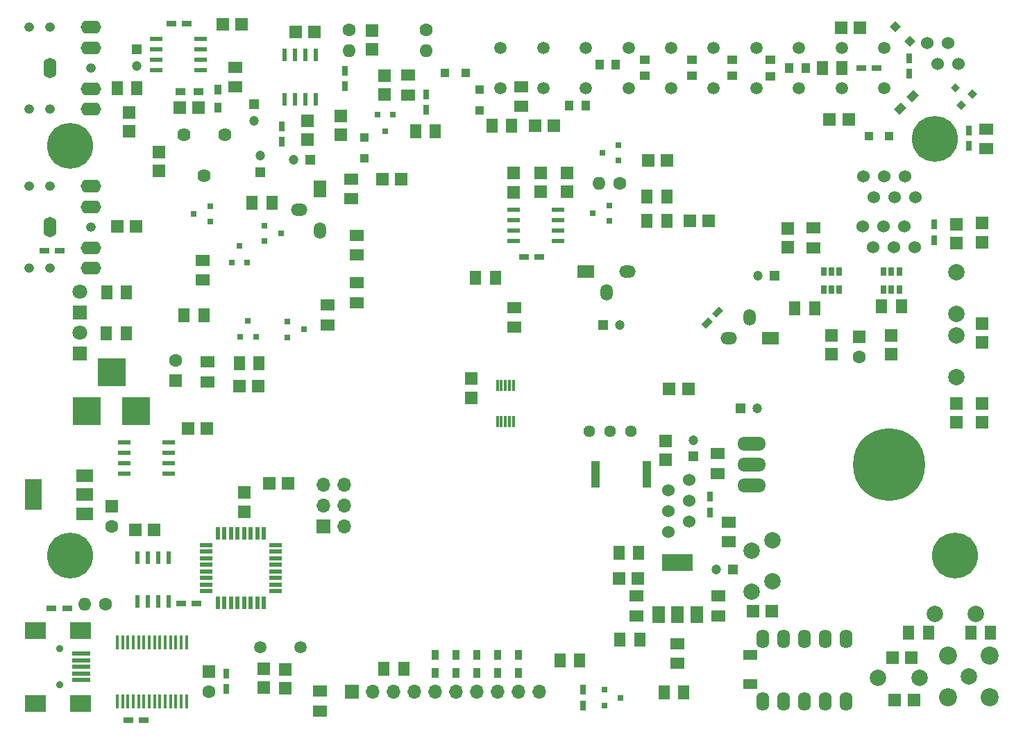
<source format=gts>
G04 #@! TF.FileFunction,Soldermask,Top*
%FSLAX46Y46*%
G04 Gerber Fmt 4.6, Leading zero omitted, Abs format (unit mm)*
G04 Created by KiCad (PCBNEW 4.0.7) date 09/08/21 06:51:58*
%MOMM*%
%LPD*%
G01*
G04 APERTURE LIST*
%ADD10C,0.100000*%
%ADD11C,5.600000*%
%ADD12R,1.000000X1.250000*%
%ADD13R,1.250000X1.000000*%
%ADD14R,1.200000X0.750000*%
%ADD15R,1.600000X1.600000*%
%ADD16C,1.600000*%
%ADD17R,0.750000X1.200000*%
%ADD18R,1.700000X1.700000*%
%ADD19O,1.700000X1.700000*%
%ADD20R,2.300000X0.500000*%
%ADD21R,2.500000X2.000000*%
%ADD22C,0.900000*%
%ADD23O,1.600000X2.500000*%
%ADD24O,1.200000X1.200000*%
%ADD25O,2.500000X1.600000*%
%ADD26O,1.600000X2.300000*%
%ADD27O,1.600000X1.600000*%
%ADD28R,1.700000X1.400000*%
%ADD29R,1.400000X1.700000*%
%ADD30R,1.000000X3.200000*%
%ADD31C,1.440000*%
%ADD32C,1.524000*%
%ADD33R,0.550000X1.600000*%
%ADD34R,1.600000X0.550000*%
%ADD35R,0.450000X1.750000*%
%ADD36R,0.300000X1.400000*%
%ADD37C,1.500000*%
%ADD38R,1.200000X1.200000*%
%ADD39C,1.200000*%
%ADD40C,2.000000*%
%ADD41R,1.000000X1.000000*%
%ADD42R,0.800100X0.800100*%
%ADD43R,1.800000X1.800000*%
%ADD44C,1.800000*%
%ADD45R,1.699260X1.300480*%
%ADD46C,2.200000*%
%ADD47C,1.998980*%
%ADD48R,3.800000X2.000000*%
%ADD49R,1.500000X2.000000*%
%ADD50R,0.900000X1.200000*%
%ADD51R,1.200000X0.900000*%
%ADD52C,1.620000*%
%ADD53R,1.550000X0.600000*%
%ADD54R,0.600000X1.550000*%
%ADD55R,2.000000X3.800000*%
%ADD56R,2.000000X1.500000*%
%ADD57R,3.500120X3.500120*%
%ADD58O,3.500120X1.699260*%
%ADD59C,8.799840*%
%ADD60R,0.650000X1.060000*%
%ADD61O,2.000000X1.500000*%
%ADD62O,1.500000X2.000000*%
G04 APERTURE END LIST*
D10*
D11*
X146550000Y-38200000D03*
X41000000Y-39000000D03*
X149000000Y-89000000D03*
D12*
X128750000Y-29550000D03*
X130750000Y-29550000D03*
D13*
X126450000Y-30550000D03*
X126450000Y-28550000D03*
D12*
X103900000Y-34100000D03*
X101900000Y-34100000D03*
D14*
X137550000Y-29550000D03*
X139450000Y-29550000D03*
D15*
X64650000Y-102800000D03*
X64650000Y-105100000D03*
X67300000Y-102850000D03*
X67300000Y-105150000D03*
X57950000Y-103100000D03*
D16*
X57950000Y-105600000D03*
D14*
X48100000Y-109050000D03*
X50000000Y-109050000D03*
D17*
X60050000Y-103350000D03*
X60050000Y-105250000D03*
D15*
X46150000Y-82950000D03*
D16*
X46150000Y-85450000D03*
D14*
X54550000Y-94850000D03*
X56450000Y-94850000D03*
X40650000Y-95400000D03*
X38750000Y-95400000D03*
D17*
X66875000Y-36625000D03*
X66875000Y-38525000D03*
X74600000Y-29850000D03*
X74600000Y-31750000D03*
D15*
X95150000Y-42350000D03*
X95150000Y-44650000D03*
X46770000Y-48870000D03*
X49070000Y-48870000D03*
X149150000Y-50900000D03*
X149150000Y-48600000D03*
X152250000Y-63000000D03*
X152250000Y-60700000D03*
X149150000Y-72700000D03*
X149150000Y-70400000D03*
D18*
X71950000Y-85450000D03*
D19*
X74490000Y-85450000D03*
X71950000Y-82910000D03*
X74490000Y-82910000D03*
X71950000Y-80370000D03*
X74490000Y-80370000D03*
D20*
X42400000Y-100950000D03*
X42400000Y-101750000D03*
X42400000Y-102550000D03*
X42400000Y-103350000D03*
X42400000Y-104150000D03*
D21*
X42300000Y-98100000D03*
X36800000Y-98100000D03*
X42300000Y-107000000D03*
X36800000Y-107000000D03*
D22*
X39800000Y-100350000D03*
X39800000Y-104750000D03*
D23*
X38550000Y-29550000D03*
D24*
X43550000Y-29550000D03*
D25*
X43550000Y-34550000D03*
X43550000Y-32050000D03*
X43550000Y-27050000D03*
X43550000Y-24550000D03*
D24*
X38550000Y-34550000D03*
X38550000Y-24550000D03*
X36050000Y-34550000D03*
X36050000Y-24550000D03*
D23*
X38550000Y-48950000D03*
D24*
X43550000Y-48950000D03*
D25*
X43550000Y-53950000D03*
X43550000Y-51450000D03*
X43550000Y-46450000D03*
X43550000Y-43950000D03*
D24*
X38550000Y-53950000D03*
X38550000Y-43950000D03*
X36050000Y-53950000D03*
X36050000Y-43950000D03*
D26*
X125560000Y-99100000D03*
X128100000Y-99100000D03*
X130640000Y-99100000D03*
X133180000Y-99100000D03*
X135720000Y-99100000D03*
X135720000Y-106720000D03*
X133180000Y-106720000D03*
X130640000Y-106720000D03*
X128100000Y-106720000D03*
X125560000Y-106720000D03*
D16*
X45350000Y-94900000D03*
D27*
X42810000Y-94900000D03*
D16*
X75060000Y-24840000D03*
D27*
X75060000Y-27380000D03*
D16*
X108090000Y-43600000D03*
D27*
X105550000Y-43600000D03*
D28*
X96075000Y-31800000D03*
X96075000Y-34200000D03*
X152800000Y-36950000D03*
X152800000Y-39350000D03*
X75980000Y-58120000D03*
X75980000Y-55720000D03*
X75980000Y-52350000D03*
X75980000Y-49950000D03*
D29*
X132800000Y-29550000D03*
X135200000Y-29550000D03*
X90494000Y-55118000D03*
X92894000Y-55118000D03*
X111425000Y-48150000D03*
X113825000Y-48150000D03*
X111425000Y-45200000D03*
X113825000Y-45200000D03*
D28*
X95250000Y-58744000D03*
X95250000Y-61144000D03*
X82225000Y-32800000D03*
X82225000Y-30400000D03*
D30*
X105150000Y-79100000D03*
X111350000Y-79100000D03*
D31*
X104360000Y-73850000D03*
X106900000Y-73850000D03*
X109440000Y-73850000D03*
D32*
X145630000Y-26510000D03*
X146900000Y-29050000D03*
X148170000Y-26510000D03*
X149440000Y-29050000D03*
D33*
X59050000Y-94750000D03*
X59850000Y-94750000D03*
X60650000Y-94750000D03*
X61450000Y-94750000D03*
X62250000Y-94750000D03*
X63050000Y-94750000D03*
X63850000Y-94750000D03*
X64650000Y-94750000D03*
D34*
X66100000Y-93300000D03*
X66100000Y-92500000D03*
X66100000Y-91700000D03*
X66100000Y-90900000D03*
X66100000Y-90100000D03*
X66100000Y-89300000D03*
X66100000Y-88500000D03*
X66100000Y-87700000D03*
D33*
X64650000Y-86250000D03*
X63850000Y-86250000D03*
X63050000Y-86250000D03*
X62250000Y-86250000D03*
X61450000Y-86250000D03*
X60650000Y-86250000D03*
X59850000Y-86250000D03*
X59050000Y-86250000D03*
D34*
X57600000Y-87700000D03*
X57600000Y-88500000D03*
X57600000Y-89300000D03*
X57600000Y-90100000D03*
X57600000Y-90900000D03*
X57600000Y-91700000D03*
X57600000Y-92500000D03*
X57600000Y-93300000D03*
D35*
X55225000Y-99550000D03*
X54575000Y-99550000D03*
X53925000Y-99550000D03*
X53275000Y-99550000D03*
X52625000Y-99550000D03*
X51975000Y-99550000D03*
X51325000Y-99550000D03*
X50675000Y-99550000D03*
X50025000Y-99550000D03*
X49375000Y-99550000D03*
X48725000Y-99550000D03*
X48075000Y-99550000D03*
X47425000Y-99550000D03*
X46775000Y-99550000D03*
X46775000Y-106750000D03*
X47425000Y-106750000D03*
X48075000Y-106750000D03*
X48725000Y-106750000D03*
X49375000Y-106750000D03*
X50025000Y-106750000D03*
X50675000Y-106750000D03*
X51325000Y-106750000D03*
X51975000Y-106750000D03*
X52625000Y-106750000D03*
X53275000Y-106750000D03*
X53925000Y-106750000D03*
X54575000Y-106750000D03*
X55225000Y-106750000D03*
D36*
X93150000Y-72610000D03*
X93650000Y-72610000D03*
X94150000Y-72610000D03*
X94650000Y-72610000D03*
X95150000Y-72610000D03*
X95150000Y-68210000D03*
X94650000Y-68210000D03*
X94150000Y-68210000D03*
X93650000Y-68210000D03*
X93150000Y-68210000D03*
D37*
X140350000Y-27100000D03*
X140350000Y-31980000D03*
X135150000Y-27100000D03*
X135150000Y-31980000D03*
X129950000Y-32000000D03*
X129950000Y-27120000D03*
X103950000Y-27100000D03*
X103950000Y-31980000D03*
X93550000Y-32000000D03*
X93550000Y-27120000D03*
X98750000Y-32000000D03*
X98750000Y-27120000D03*
X64250000Y-100150000D03*
X69130000Y-100150000D03*
D38*
X121860000Y-90690000D03*
D39*
X119860000Y-90690000D03*
D16*
X84500000Y-24840000D03*
D27*
X84500000Y-27380000D03*
D11*
X41000000Y-89000000D03*
D28*
X110150000Y-96300000D03*
X110150000Y-93900000D03*
X120100000Y-96300000D03*
X120100000Y-93900000D03*
D29*
X61665000Y-65532000D03*
X64065000Y-65532000D03*
D28*
X57780000Y-67780000D03*
X57780000Y-65380000D03*
D40*
X124210000Y-93390000D03*
X126750000Y-92120000D03*
X124210000Y-88370000D03*
X126750000Y-87100000D03*
D28*
X115150000Y-102100000D03*
X115150000Y-99700000D03*
D29*
X108100000Y-99200000D03*
X110500000Y-99200000D03*
D28*
X120050000Y-78940000D03*
X120050000Y-76540000D03*
D38*
X122810000Y-70980000D03*
D39*
X124810000Y-70980000D03*
D17*
X150700000Y-37150000D03*
X150700000Y-39050000D03*
X143400000Y-30250000D03*
X143400000Y-28350000D03*
X84500000Y-32750000D03*
X84500000Y-34650000D03*
D14*
X96360000Y-52550000D03*
X98260000Y-52550000D03*
X37900000Y-51800000D03*
X39800000Y-51800000D03*
D38*
X117100000Y-76900000D03*
D39*
X117100000Y-74900000D03*
D17*
X119090000Y-83700000D03*
X119090000Y-81800000D03*
D12*
X107600000Y-29100000D03*
X105600000Y-29100000D03*
D15*
X61920000Y-24160000D03*
X59620000Y-24160000D03*
D14*
X55280000Y-24140000D03*
X53380000Y-24140000D03*
D15*
X56670000Y-34320000D03*
X54370000Y-34320000D03*
X152250000Y-50750000D03*
X152250000Y-48450000D03*
X152250000Y-70400000D03*
X152250000Y-72700000D03*
D17*
X103632000Y-105349000D03*
X103632000Y-107249000D03*
D15*
X143670000Y-101410000D03*
X141370000Y-101410000D03*
X141650000Y-106600000D03*
X143950000Y-106600000D03*
D41*
X140950000Y-37800000D03*
X138450000Y-37800000D03*
D10*
G36*
X144180990Y-26253883D02*
X143473883Y-26960990D01*
X142766776Y-26253883D01*
X143473883Y-25546776D01*
X144180990Y-26253883D01*
X144180990Y-26253883D01*
G37*
G36*
X142413224Y-24486117D02*
X141706117Y-25193224D01*
X140999010Y-24486117D01*
X141706117Y-23779010D01*
X142413224Y-24486117D01*
X142413224Y-24486117D01*
G37*
D41*
X89250000Y-30150000D03*
X86750000Y-30150000D03*
X91000000Y-32200000D03*
X91000000Y-34700000D03*
D42*
X107950760Y-40800000D03*
X107950760Y-38900000D03*
X105951780Y-39850000D03*
D43*
X42200000Y-64350000D03*
D44*
X42200000Y-61810000D03*
D43*
X42200000Y-59350000D03*
D44*
X42200000Y-56810000D03*
D45*
X124000000Y-101099940D03*
X124000000Y-104600060D03*
D46*
X148110000Y-101160000D03*
X148110000Y-106240000D03*
X153190000Y-106240000D03*
X153190000Y-101160000D03*
D40*
X150650000Y-103700000D03*
D47*
X139550000Y-103850000D03*
X144630000Y-103850000D03*
X149150000Y-54400000D03*
X149150000Y-59480000D03*
X149150000Y-62120000D03*
X149150000Y-67200000D03*
D42*
X67564000Y-60452000D03*
X67564000Y-62352000D03*
X69562980Y-61402000D03*
X106187240Y-105349000D03*
X106187240Y-107249000D03*
X108186220Y-106299000D03*
X106775760Y-48200000D03*
X106775760Y-46300000D03*
X104776780Y-47250000D03*
D48*
X115150000Y-89850000D03*
D49*
X115150000Y-96150000D03*
X117450000Y-96150000D03*
X112850000Y-96150000D03*
D10*
G36*
X143933883Y-32169721D02*
X144570279Y-32806117D01*
X143721751Y-33654645D01*
X143085355Y-33018249D01*
X143933883Y-32169721D01*
X143933883Y-32169721D01*
G37*
G36*
X142378249Y-33725355D02*
X143014645Y-34361751D01*
X142166117Y-35210279D01*
X141529721Y-34573883D01*
X142378249Y-33725355D01*
X142378249Y-33725355D01*
G37*
D29*
X150900000Y-98390000D03*
X153300000Y-98390000D03*
X145740000Y-98330000D03*
X143340000Y-98330000D03*
D28*
X61180000Y-31860000D03*
X61180000Y-29460000D03*
D50*
X59050000Y-34320000D03*
X59050000Y-32120000D03*
D51*
X54470000Y-32400000D03*
X56670000Y-32400000D03*
D29*
X46800000Y-32000000D03*
X49200000Y-32000000D03*
X103181000Y-101727000D03*
X100781000Y-101727000D03*
D52*
X54900000Y-37660000D03*
X57400000Y-42660000D03*
X59900000Y-37660000D03*
D53*
X56910000Y-29825000D03*
X56910000Y-28555000D03*
X56910000Y-27285000D03*
X56910000Y-26015000D03*
X51510000Y-26015000D03*
X51510000Y-27285000D03*
X51510000Y-28555000D03*
X51510000Y-29825000D03*
D54*
X53055000Y-89200000D03*
X51785000Y-89200000D03*
X50515000Y-89200000D03*
X49245000Y-89200000D03*
X49245000Y-94600000D03*
X50515000Y-94600000D03*
X51785000Y-94600000D03*
X53055000Y-94600000D03*
X71025000Y-27920000D03*
X69755000Y-27920000D03*
X68485000Y-27920000D03*
X67215000Y-27920000D03*
X67215000Y-33320000D03*
X68485000Y-33320000D03*
X69755000Y-33320000D03*
X71025000Y-33320000D03*
D53*
X95150000Y-46795000D03*
X95150000Y-48065000D03*
X95150000Y-49335000D03*
X95150000Y-50605000D03*
X100550000Y-50605000D03*
X100550000Y-49335000D03*
X100550000Y-48065000D03*
X100550000Y-46795000D03*
D55*
X36550000Y-81550000D03*
D56*
X42850000Y-81550000D03*
X42850000Y-79250000D03*
X42850000Y-83850000D03*
D37*
X124750000Y-27100000D03*
X124750000Y-31980000D03*
D38*
X49200000Y-27270000D03*
D39*
X49200000Y-29270000D03*
D38*
X63460000Y-33950000D03*
D39*
X63460000Y-35950000D03*
D32*
X114050000Y-86090000D03*
X116590000Y-84820000D03*
X114050000Y-83550000D03*
X116590000Y-82280000D03*
X114050000Y-81010000D03*
X116590000Y-79740000D03*
D29*
X108000000Y-88600000D03*
X110400000Y-88600000D03*
D13*
X121800000Y-28500000D03*
X121800000Y-30500000D03*
D37*
X119550000Y-32000000D03*
X119550000Y-27120000D03*
D38*
X106050000Y-60880000D03*
D39*
X108050000Y-60880000D03*
D42*
X61788000Y-62341760D03*
X63688000Y-62341760D03*
X62738000Y-60342780D03*
D15*
X53870000Y-67640000D03*
D16*
X53870000Y-65140000D03*
D57*
X49100000Y-71350000D03*
X43100520Y-71350000D03*
X46100260Y-66651000D03*
D18*
X75438000Y-105537000D03*
D19*
X77978000Y-105537000D03*
X80518000Y-105537000D03*
X83058000Y-105537000D03*
X85598000Y-105537000D03*
X88138000Y-105537000D03*
X90678000Y-105537000D03*
X93218000Y-105537000D03*
X95758000Y-105537000D03*
X98298000Y-105537000D03*
D58*
X124150000Y-77860000D03*
X124150000Y-80400000D03*
X124150000Y-75320000D03*
D59*
X140914000Y-77860000D03*
D42*
X80400000Y-35199240D03*
X78500000Y-35199240D03*
X79450000Y-37198220D03*
D10*
G36*
X149755893Y-34595152D02*
X149190137Y-34029396D01*
X149755893Y-33463640D01*
X150321649Y-34029396D01*
X149755893Y-34595152D01*
X149755893Y-34595152D01*
G37*
G36*
X151099396Y-33251649D02*
X150533640Y-32685893D01*
X151099396Y-32120137D01*
X151665152Y-32685893D01*
X151099396Y-33251649D01*
X151099396Y-33251649D01*
G37*
G36*
X149014152Y-32509908D02*
X148448396Y-31944152D01*
X149014152Y-31378396D01*
X149579908Y-31944152D01*
X149014152Y-32509908D01*
X149014152Y-32509908D01*
G37*
G36*
X118549150Y-61305180D02*
X118018820Y-60774850D01*
X118867348Y-59926322D01*
X119397678Y-60456652D01*
X118549150Y-61305180D01*
X118549150Y-61305180D01*
G37*
G36*
X119892652Y-59961678D02*
X119362322Y-59431348D01*
X120210850Y-58582820D01*
X120741180Y-59113150D01*
X119892652Y-59961678D01*
X119892652Y-59961678D01*
G37*
D38*
X126940000Y-54860000D03*
D39*
X124940000Y-54860000D03*
D15*
X137300000Y-62270000D03*
D16*
X137300000Y-64770000D03*
D17*
X146410000Y-50510000D03*
X146410000Y-48610000D03*
D28*
X131750000Y-49030000D03*
X131750000Y-51430000D03*
D29*
X140025000Y-58600000D03*
X142425000Y-58600000D03*
X129460000Y-58810000D03*
X131860000Y-58810000D03*
D32*
X144125000Y-45300000D03*
X142855000Y-42760000D03*
X141585000Y-45300000D03*
X140315000Y-42760000D03*
X139045000Y-45300000D03*
X137775000Y-42760000D03*
X144100000Y-51400000D03*
X142830000Y-48860000D03*
X141560000Y-51400000D03*
X140290000Y-48860000D03*
X139020000Y-51400000D03*
X137750000Y-48860000D03*
D60*
X142175000Y-54350000D03*
X141225000Y-54350000D03*
X140275000Y-54350000D03*
X140275000Y-56550000D03*
X142175000Y-56550000D03*
X141225000Y-56550000D03*
X134875000Y-54350000D03*
X133925000Y-54350000D03*
X132975000Y-54350000D03*
X132975000Y-56550000D03*
X134875000Y-56550000D03*
X133925000Y-56550000D03*
D61*
X68960000Y-46840000D03*
D49*
X71500000Y-44300000D03*
D62*
X71500000Y-49380000D03*
X123950000Y-59940000D03*
D56*
X126490000Y-62480000D03*
D61*
X121410000Y-62480000D03*
D62*
X106465000Y-56865000D03*
D56*
X103925000Y-54325000D03*
D61*
X109005000Y-54325000D03*
D13*
X116900000Y-30500000D03*
X116900000Y-28500000D03*
X111100000Y-28500000D03*
X111100000Y-30500000D03*
D37*
X114350000Y-27100000D03*
X114350000Y-31980000D03*
X109150000Y-32000000D03*
X109150000Y-27120000D03*
D38*
X64200000Y-42200000D03*
D39*
X64200000Y-40200000D03*
D42*
X58100760Y-48250000D03*
X58100760Y-46350000D03*
X56101780Y-47300000D03*
D28*
X75325000Y-43050000D03*
X75325000Y-45450000D03*
D29*
X63250000Y-46000000D03*
X65650000Y-46000000D03*
D38*
X70300000Y-40700000D03*
D39*
X68300000Y-40700000D03*
D41*
X76950000Y-40500000D03*
X76950000Y-38000000D03*
D42*
X64749240Y-48750000D03*
X64749240Y-50650000D03*
X66748220Y-49700000D03*
D53*
X47650000Y-75145000D03*
X47650000Y-76415000D03*
X47650000Y-77685000D03*
X47650000Y-78955000D03*
X53050000Y-78955000D03*
X53050000Y-77685000D03*
X53050000Y-76415000D03*
X53050000Y-75145000D03*
D42*
X60750000Y-53250760D03*
X62650000Y-53250760D03*
X61700000Y-51251780D03*
D28*
X57220000Y-55400000D03*
X57220000Y-53000000D03*
D15*
X79400000Y-32750000D03*
X79400000Y-30450000D03*
X101625000Y-44625000D03*
X101625000Y-42325000D03*
X49000000Y-85800000D03*
X51300000Y-85800000D03*
X77900000Y-24970000D03*
X77900000Y-27270000D03*
X62250000Y-83600000D03*
X62250000Y-81300000D03*
X48260000Y-37218000D03*
X48260000Y-34918000D03*
X65350000Y-80200000D03*
X67650000Y-80200000D03*
X110300000Y-91800000D03*
X108000000Y-91800000D03*
X128540000Y-49080000D03*
X128540000Y-51380000D03*
X116625000Y-48150000D03*
X118925000Y-48150000D03*
X133925000Y-64400000D03*
X133925000Y-62100000D03*
X74075000Y-35375000D03*
X74075000Y-37675000D03*
D29*
X83200000Y-37198220D03*
X85600000Y-37198220D03*
D15*
X79100000Y-43050000D03*
X81400000Y-43050000D03*
X111525000Y-40800000D03*
X113825000Y-40800000D03*
X98475000Y-42325000D03*
X98475000Y-44625000D03*
X89990000Y-67410000D03*
X89990000Y-69710000D03*
X97750000Y-36600000D03*
X100050000Y-36600000D03*
D29*
X94875000Y-36600000D03*
X92475000Y-36600000D03*
D15*
X68510000Y-25150000D03*
X70810000Y-25150000D03*
X69980000Y-35950000D03*
X69980000Y-38250000D03*
X51860000Y-39770000D03*
X51860000Y-42070000D03*
D29*
X57334000Y-59690000D03*
X54934000Y-59690000D03*
D28*
X72420000Y-60820000D03*
X72420000Y-58420000D03*
D29*
X45450000Y-61900000D03*
X47850000Y-61900000D03*
X45500000Y-56900000D03*
X47900000Y-56900000D03*
D15*
X141225000Y-64400000D03*
X141225000Y-62100000D03*
X114130000Y-68640000D03*
X116430000Y-68640000D03*
X113660000Y-75000000D03*
X113660000Y-77300000D03*
D28*
X121400000Y-84920000D03*
X121400000Y-87320000D03*
D15*
X124330000Y-95750000D03*
X126630000Y-95750000D03*
D29*
X115890000Y-105620000D03*
X113490000Y-105620000D03*
D15*
X64015000Y-68326000D03*
X61715000Y-68326000D03*
X135990000Y-35790000D03*
X133690000Y-35790000D03*
X137380000Y-24610000D03*
X135080000Y-24610000D03*
D29*
X81730000Y-102790000D03*
X79330000Y-102790000D03*
D28*
X71550000Y-107900000D03*
X71550000Y-105500000D03*
D50*
X85598000Y-101050000D03*
X85598000Y-103250000D03*
X88138000Y-101050000D03*
X88138000Y-103250000D03*
D15*
X57720000Y-73440000D03*
X55420000Y-73440000D03*
D50*
X90678000Y-101050000D03*
X90678000Y-103250000D03*
X93218000Y-101050000D03*
X93218000Y-103250000D03*
X95758000Y-101050000D03*
X95758000Y-103250000D03*
D47*
X151489360Y-96050000D03*
X146488100Y-96050000D03*
M02*

</source>
